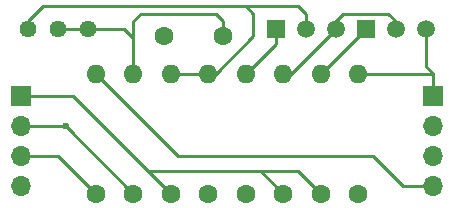
<source format=gtl>
%TF.GenerationSoftware,KiCad,Pcbnew,(5.1.8)-1*%
%TF.CreationDate,2021-02-01T19:36:53+01:00*%
%TF.ProjectId,Composite Video Amplifier,436f6d70-6f73-4697-9465-20566964656f,rev?*%
%TF.SameCoordinates,Original*%
%TF.FileFunction,Copper,L1,Top*%
%TF.FilePolarity,Positive*%
%FSLAX46Y46*%
G04 Gerber Fmt 4.6, Leading zero omitted, Abs format (unit mm)*
G04 Created by KiCad (PCBNEW (5.1.8)-1) date 2021-02-01 19:36:53*
%MOMM*%
%LPD*%
G01*
G04 APERTURE LIST*
%TA.AperFunction,ComponentPad*%
%ADD10C,1.600000*%
%TD*%
%TA.AperFunction,ComponentPad*%
%ADD11O,1.600000X1.600000*%
%TD*%
%TA.AperFunction,ComponentPad*%
%ADD12C,1.440000*%
%TD*%
%TA.AperFunction,ComponentPad*%
%ADD13R,1.700000X1.700000*%
%TD*%
%TA.AperFunction,ComponentPad*%
%ADD14O,1.700000X1.700000*%
%TD*%
%TA.AperFunction,ComponentPad*%
%ADD15C,1.520000*%
%TD*%
%TA.AperFunction,ComponentPad*%
%ADD16R,1.520000X1.520000*%
%TD*%
%TA.AperFunction,ViaPad*%
%ADD17C,0.600000*%
%TD*%
%TA.AperFunction,Conductor*%
%ADD18C,0.250000*%
%TD*%
G04 APERTURE END LIST*
D10*
%TO.P,R3,1*%
%TO.N,GND*%
X150495000Y-135255000D03*
D11*
%TO.P,R3,2*%
%TO.N,Net-(Q1-Pad2)*%
X150495000Y-125095000D03*
%TD*%
D12*
%TO.P,RV1,1*%
%TO.N,Net-(Q1-Pad2)*%
X135255000Y-121285000D03*
%TO.P,RV1,2*%
%TO.N,Net-(C1-Pad1)*%
X137795000Y-121285000D03*
%TO.P,RV1,3*%
X140335000Y-121285000D03*
%TD*%
D10*
%TO.P,C1,1*%
%TO.N,Net-(C1-Pad1)*%
X151765000Y-121920000D03*
%TO.P,C1,2*%
%TO.N,/VID_IN*%
X146765000Y-121920000D03*
%TD*%
D13*
%TO.P,J2,1*%
%TO.N,/VID_OUT*%
X169545000Y-127000000D03*
D14*
%TO.P,J2,2*%
%TO.N,GND*%
X169545000Y-129540000D03*
%TO.P,J2,3*%
X169545000Y-132080000D03*
%TO.P,J2,4*%
%TO.N,/AUD_OUT*%
X169545000Y-134620000D03*
%TD*%
D15*
%TO.P,Q1,2*%
%TO.N,Net-(Q1-Pad2)*%
X158750000Y-121285000D03*
%TO.P,Q1,3*%
%TO.N,Net-(Q1-Pad3)*%
X161290000Y-121285000D03*
D16*
%TO.P,Q1,1*%
%TO.N,Net-(Q1-Pad1)*%
X156210000Y-121285000D03*
%TD*%
D15*
%TO.P,Q2,2*%
%TO.N,Net-(Q1-Pad3)*%
X166370000Y-121285000D03*
%TO.P,Q2,3*%
%TO.N,/VID_OUT*%
X168910000Y-121285000D03*
D16*
%TO.P,Q2,1*%
%TO.N,Net-(Q2-Pad1)*%
X163830000Y-121285000D03*
%TD*%
D10*
%TO.P,R1,1*%
%TO.N,/VID_IN*%
X144145000Y-135255000D03*
D11*
%TO.P,R1,2*%
%TO.N,Net-(C1-Pad1)*%
X144145000Y-125095000D03*
%TD*%
D10*
%TO.P,R2,1*%
%TO.N,VCC*%
X147320000Y-135255000D03*
D11*
%TO.P,R2,2*%
%TO.N,Net-(Q1-Pad2)*%
X147320000Y-125095000D03*
%TD*%
D10*
%TO.P,R4,1*%
%TO.N,VCC*%
X156845000Y-135255000D03*
D11*
%TO.P,R4,2*%
%TO.N,Net-(Q1-Pad3)*%
X156845000Y-125095000D03*
%TD*%
D10*
%TO.P,R5,1*%
%TO.N,GND*%
X153670000Y-135255000D03*
D11*
%TO.P,R5,2*%
%TO.N,Net-(Q1-Pad1)*%
X153670000Y-125095000D03*
%TD*%
D10*
%TO.P,R6,1*%
%TO.N,VCC*%
X160020000Y-135255000D03*
D11*
%TO.P,R6,2*%
%TO.N,Net-(Q2-Pad1)*%
X160020000Y-125095000D03*
%TD*%
D10*
%TO.P,R7,1*%
%TO.N,GND*%
X163195000Y-135255000D03*
D11*
%TO.P,R7,2*%
%TO.N,/VID_OUT*%
X163195000Y-125095000D03*
%TD*%
D10*
%TO.P,R8,1*%
%TO.N,/AUD_IN*%
X140970000Y-135255000D03*
D11*
%TO.P,R8,2*%
%TO.N,/AUD_OUT*%
X140970000Y-125095000D03*
%TD*%
D13*
%TO.P,J1,1*%
%TO.N,VCC*%
X134620000Y-127000000D03*
D14*
%TO.P,J1,2*%
%TO.N,/VID_IN*%
X134620000Y-129540000D03*
%TO.P,J1,3*%
%TO.N,/AUD_IN*%
X134620000Y-132080000D03*
%TO.P,J1,4*%
%TO.N,GND*%
X134620000Y-134620000D03*
%TD*%
D17*
%TO.N,/VID_IN*%
X138430000Y-129540000D03*
%TD*%
D18*
%TO.N,Net-(C1-Pad1)*%
X144145000Y-125095000D02*
X144145000Y-122047000D01*
X144145000Y-122047000D02*
X144145000Y-121920000D01*
X144145000Y-122047000D02*
X144145000Y-121920000D01*
X144145000Y-121920000D02*
X144145000Y-120650000D01*
X151765000Y-120650000D02*
X151765000Y-121920000D01*
X151130000Y-120015000D02*
X151765000Y-120650000D01*
X144780000Y-120015000D02*
X151130000Y-120015000D01*
X144145000Y-120650000D02*
X144780000Y-120015000D01*
X140335000Y-121285000D02*
X143383000Y-121285000D01*
X143383000Y-121285000D02*
X144145000Y-122047000D01*
X137795000Y-121285000D02*
X140335000Y-121285000D01*
%TO.N,/VID_IN*%
X138430000Y-129540000D02*
X144145000Y-135255000D01*
X134620000Y-129540000D02*
X138430000Y-129540000D01*
%TO.N,/AUD_IN*%
X134620000Y-132080000D02*
X137795000Y-132080000D01*
X137795000Y-132080000D02*
X140970000Y-135255000D01*
%TO.N,VCC*%
X134620000Y-127000000D02*
X139065000Y-127000000D01*
X139065000Y-127000000D02*
X145415000Y-133350000D01*
X154940000Y-133350000D02*
X158115000Y-133350000D01*
X158115000Y-133350000D02*
X160020000Y-135255000D01*
X145415000Y-133350000D02*
X154940000Y-133350000D01*
X154940000Y-133350000D02*
X156845000Y-135255000D01*
X145415000Y-133350000D02*
X147320000Y-135255000D01*
%TO.N,/VID_OUT*%
X163195000Y-125095000D02*
X169545000Y-125095000D01*
X169545000Y-127000000D02*
X169545000Y-125095000D01*
X168910000Y-124460000D02*
X169545000Y-125095000D01*
X168910000Y-121285000D02*
X168910000Y-124460000D01*
%TO.N,/AUD_OUT*%
X147955000Y-132080000D02*
X140970000Y-125095000D01*
X164465000Y-132080000D02*
X147955000Y-132080000D01*
X167005000Y-134620000D02*
X164465000Y-132080000D01*
X167005000Y-134620000D02*
X169545000Y-134620000D01*
%TO.N,Net-(Q1-Pad2)*%
X150495000Y-125095000D02*
X151130000Y-125095000D01*
X151130000Y-125095000D02*
X154305000Y-121920000D01*
X154305000Y-120015000D02*
X153670000Y-119380000D01*
X154305000Y-121920000D02*
X154305000Y-120015000D01*
X147320000Y-125095000D02*
X150495000Y-125095000D01*
X135255000Y-121285000D02*
X135255000Y-120650000D01*
X135255000Y-120650000D02*
X136525000Y-119380000D01*
X136525000Y-119380000D02*
X153670000Y-119380000D01*
X153670000Y-119380000D02*
X154305000Y-119380000D01*
X158750000Y-121285000D02*
X158750000Y-120015000D01*
X158115000Y-119380000D02*
X155575000Y-119380000D01*
X155575000Y-119380000D02*
X154305000Y-119380000D01*
X158750000Y-120015000D02*
X158115000Y-119380000D01*
%TO.N,Net-(Q1-Pad3)*%
X156845000Y-125095000D02*
X157480000Y-125095000D01*
X157480000Y-125095000D02*
X161290000Y-121285000D01*
X161290000Y-121285000D02*
X161290000Y-120650000D01*
X161290000Y-120650000D02*
X161925000Y-120015000D01*
X165735000Y-120015000D02*
X166370000Y-120650000D01*
X161925000Y-120015000D02*
X165735000Y-120015000D01*
X166370000Y-120650000D02*
X166370000Y-121285000D01*
%TO.N,Net-(Q1-Pad1)*%
X156210000Y-121285000D02*
X156210000Y-122555000D01*
X156210000Y-122555000D02*
X153670000Y-125095000D01*
%TO.N,Net-(Q2-Pad1)*%
X160020000Y-125095000D02*
X163830000Y-121285000D01*
%TD*%
M02*

</source>
